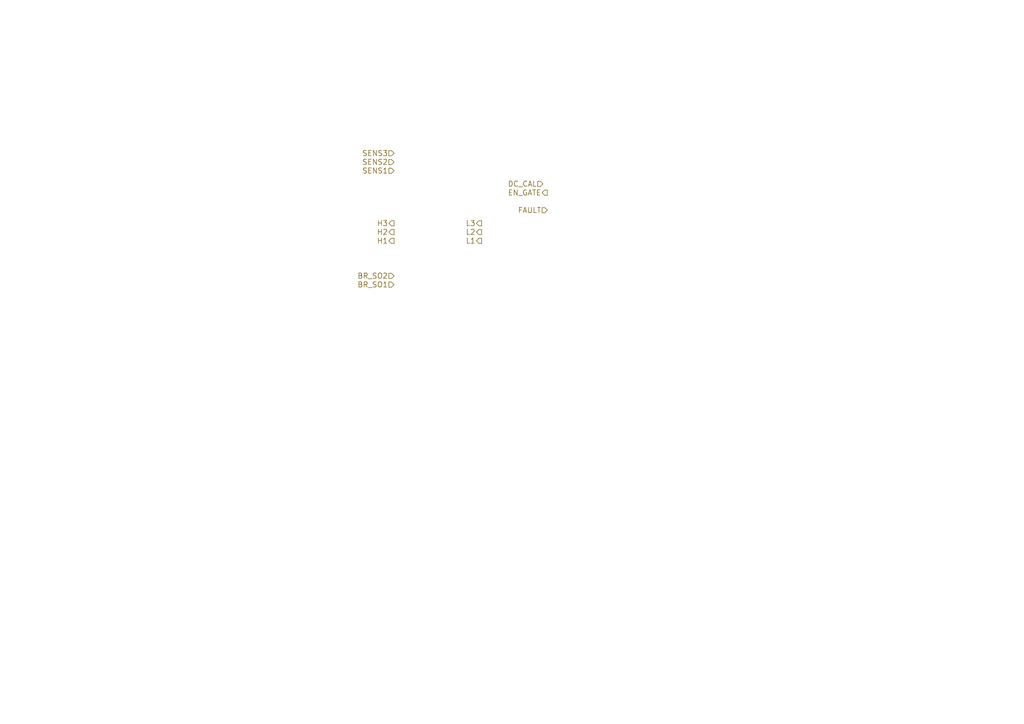
<source format=kicad_sch>
(kicad_sch (version 20211123) (generator eeschema)
  (paper "A4")
  (title_block (title "BLDC Driver 4.11") (date "21 aug 2015") (rev "4.12") (company "Benjamin Vedder"))
  (lib_symbols)
  (hierarchical_label "DC_CAL" (shape input) (at 157.48 53.34 180) (effects (font (size 1.524 1.524))))
  (hierarchical_label "L2" (shape output) (at 139.7 67.31 180) (effects (font (size 1.524 1.524))))
  (hierarchical_label "H1" (shape output) (at 114.3 69.85 180) (effects (font (size 1.524 1.524))))
  (hierarchical_label "BR_SO2" (shape input) (at 114.3 80.01 180) (effects (font (size 1.524 1.524))))
  (hierarchical_label "SENS3" (shape input) (at 114.3 44.45 180) (effects (font (size 1.524 1.524))))
  (hierarchical_label "H3" (shape output) (at 114.3 64.77 180) (effects (font (size 1.524 1.524))))
  (hierarchical_label "SENS1" (shape input) (at 114.3 49.53 180) (effects (font (size 1.524 1.524))))
  (hierarchical_label "EN_GATE" (shape output) (at 158.75 55.88 180) (effects (font (size 1.524 1.524))))
  (hierarchical_label "L1" (shape output) (at 139.7 69.85 180) (effects (font (size 1.524 1.524))))
  (hierarchical_label "SENS2" (shape input) (at 114.3 46.99 180) (effects (font (size 1.524 1.524))))
  (hierarchical_label "L3" (shape output) (at 139.7 64.77 180) (effects (font (size 1.524 1.524))))
  (hierarchical_label "FAULT" (shape input) (at 158.75 60.96 180) (effects (font (size 1.524 1.524))))
  (hierarchical_label "BR_SO1" (shape input) (at 114.3 82.55 180) (effects (font (size 1.524 1.524))))
  (hierarchical_label "H2" (shape output) (at 114.3 67.31 180) (effects (font (size 1.524 1.524))))
)
</source>
